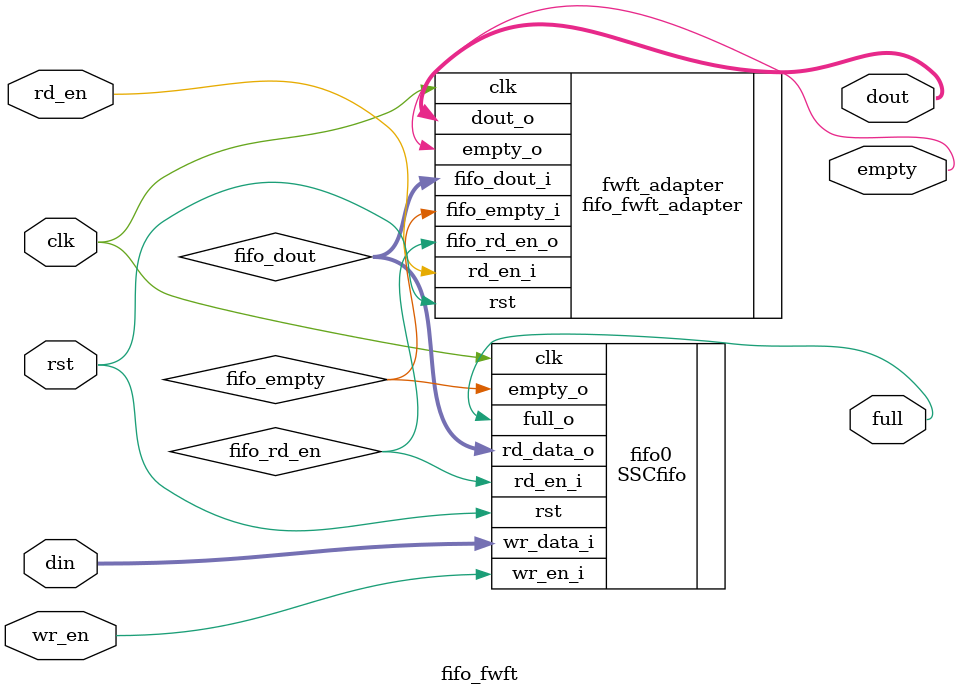
<source format=v>
module fifo_fwft
  #(parameter DATA_WIDTH = 0,
    parameter DEPTH_WIDTH = 0)
   (
    input                   clk,
    input                   rst,
    input [DATA_WIDTH-1:0]  din,
    input                   wr_en,
    output                  full,
    output [DATA_WIDTH-1:0] dout,
    input                   rd_en,
    output                  empty);

   wire [DATA_WIDTH-1:0]    fifo_dout;
   wire                     fifo_empty;
   wire                     fifo_rd_en;

   // orig_fifo is just a normal (non-FWFT) synchronous or asynchronous FIFO
   SSCfifo
     #(.DEPTH_WIDTH (DEPTH_WIDTH),
       .DATA_WIDTH  (DATA_WIDTH))
   fifo0
     (
      .clk       (clk),
      .rst       (rst),
      .rd_en_i   (fifo_rd_en),
      .rd_data_o (fifo_dout),
      .empty_o   (fifo_empty),
      .wr_en_i   (wr_en),
      .wr_data_i (din),
      .full_o    (full));

   fifo_fwft_adapter
     #(.DATA_WIDTH (DATA_WIDTH))
   fwft_adapter
     (.clk          (clk),
      .rst          (rst),
      .rd_en_i      (rd_en),
      .fifo_empty_i (fifo_empty),
      .fifo_rd_en_o (fifo_rd_en),
      .fifo_dout_i  (fifo_dout),
      .dout_o       (dout),
      .empty_o      (empty));

endmodule

</source>
